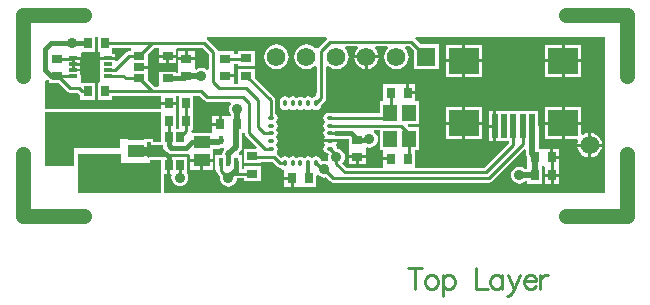
<source format=gtl>
%FSLAX24Y24*%
%MOIN*%
G70*
G01*
G75*
G04 Layer_Physical_Order=1*
G04 Layer_Color=255*
%ADD10O,0.0138X0.0256*%
%ADD11O,0.0256X0.0138*%
%ADD12R,0.1339X0.1339*%
%ADD13R,0.0354X0.0276*%
%ADD14R,0.0354X0.0315*%
%ADD15R,0.0551X0.0433*%
%ADD16R,0.0315X0.0354*%
%ADD17R,0.0276X0.0354*%
%ADD18R,0.0984X0.0866*%
%ADD19R,0.0197X0.0787*%
%ADD20R,0.0689X0.0571*%
%ADD21R,0.0295X0.0118*%
%ADD22R,0.0256X0.0354*%
%ADD23R,0.0453X0.0551*%
%ADD24R,0.0177X0.0315*%
%ADD25R,0.1260X0.0433*%
%ADD26R,0.0354X0.0256*%
%ADD27C,0.0100*%
%ADD28C,0.0150*%
%ADD29C,0.0200*%
%ADD30C,0.0180*%
%ADD31C,0.0300*%
%ADD32C,0.0130*%
%ADD33C,0.0500*%
%ADD34R,0.0620X0.0620*%
%ADD35C,0.0620*%
%ADD36C,0.0350*%
G36*
X2257Y5223D02*
X2320D01*
Y5154D01*
X2320D01*
Y5045D01*
X2815D01*
Y5154D01*
X2733D01*
Y5223D01*
X2733D01*
Y5347D01*
X3350D01*
Y5302D01*
X3350D01*
Y5227D01*
X3274D01*
X3215Y5215D01*
X3166Y5182D01*
X2880Y4896D01*
X2815Y4923D01*
Y4958D01*
X2320D01*
Y4836D01*
Y4639D01*
Y4443D01*
Y4246D01*
X2320D01*
Y4227D01*
X2271Y4177D01*
X2257D01*
Y3623D01*
X2733D01*
Y3747D01*
X4367D01*
Y3550D01*
X4843D01*
Y3747D01*
X4957D01*
Y3223D01*
X4957Y3223D01*
X4957Y3177D01*
X4957D01*
Y2650D01*
X4843D01*
Y3177D01*
D01*
Y3177D01*
X4843Y3177D01*
Y3223D01*
X4843D01*
Y3450D01*
X4367D01*
Y3316D01*
X4350Y3302D01*
X500D01*
Y4257D01*
X562Y4290D01*
X607Y4260D01*
X623Y4256D01*
Y4167D01*
X941D01*
X1216Y3892D01*
X1266Y3859D01*
X1266Y3859D01*
X1266Y3859D01*
D01*
X1266Y3859D01*
X1266Y3859D01*
X1324Y3847D01*
X1568D01*
X1624Y3792D01*
X1667Y3763D01*
Y3623D01*
X2143D01*
Y4177D01*
X1674D01*
Y4246D01*
X1674D01*
Y4443D01*
Y4564D01*
X1426D01*
Y4652D01*
X1674D01*
Y4748D01*
X1426D01*
Y4848D01*
X1674D01*
Y4945D01*
X1426D01*
Y5045D01*
X1674D01*
Y5154D01*
X1674D01*
Y5173D01*
X1723Y5223D01*
X2143D01*
Y5700D01*
X2257D01*
Y5223D01*
D02*
G37*
G36*
X5792Y3592D02*
X5841Y3559D01*
X5900Y3547D01*
X6664D01*
X6695Y3484D01*
X6660Y3439D01*
X6632Y3372D01*
X6623Y3300D01*
X6632Y3228D01*
X6660Y3161D01*
X6672Y3146D01*
Y3077D01*
X6618Y3077D01*
D01*
X6582D01*
Y3077D01*
X6374D01*
Y2800D01*
X6324D01*
Y2750D01*
X6067D01*
Y2523D01*
D01*
Y2523D01*
X6056Y2512D01*
X5388D01*
X5349Y2560D01*
X5368Y2600D01*
X5413Y2623D01*
X5433D01*
Y3177D01*
D01*
Y3177D01*
X5433Y3177D01*
Y3223D01*
X5433D01*
Y3747D01*
X5637D01*
X5792Y3592D01*
D02*
G37*
G36*
X4350Y2300D02*
X3000D01*
Y2000D01*
X1450D01*
Y1400D01*
X500D01*
Y3200D01*
X4350D01*
Y2300D01*
D02*
G37*
G36*
X19140Y500D02*
X4452D01*
Y1150D01*
X4553D01*
Y1428D01*
Y1705D01*
X4001D01*
Y1702D01*
X4000D01*
X3961Y1694D01*
X3940Y1680D01*
X3879Y1713D01*
Y1850D01*
X3503D01*
Y1950D01*
X3879D01*
Y2174D01*
Y2198D01*
X4001D01*
Y2095D01*
X4410D01*
X4424Y2023D01*
X4466Y1960D01*
X4563Y1863D01*
X4626Y1821D01*
X4700Y1806D01*
X5200D01*
X5273Y1821D01*
X5328Y1776D01*
Y1655D01*
X6079D01*
Y1879D01*
Y1991D01*
X6265D01*
X6343Y2007D01*
X6358Y2017D01*
X6437D01*
X6463Y1952D01*
X6456Y1944D01*
X6412Y1878D01*
X6396Y1800D01*
X6383Y1783D01*
X6156D01*
Y1268D01*
X6179D01*
X6191Y1256D01*
X6191Y1256D01*
D01*
X6203Y1197D01*
X6236Y1148D01*
X6330Y1054D01*
X6323Y1000D01*
X6332Y928D01*
X6360Y861D01*
X6404Y804D01*
X6461Y760D01*
X6528Y732D01*
X6600Y723D01*
X6672Y732D01*
X6739Y760D01*
X6796Y804D01*
X6840Y861D01*
X6868Y928D01*
X6876Y990D01*
X6883Y1000D01*
X6886Y1002D01*
X7123D01*
Y917D01*
X7677D01*
Y1393D01*
X7123D01*
Y1308D01*
X7050D01*
X7044Y1333D01*
Y1783D01*
X6963D01*
X6937Y1848D01*
X7000Y1912D01*
X7044Y1978D01*
X7060Y2056D01*
X7060Y2056D01*
X7060Y2056D01*
Y2056D01*
Y2274D01*
X7060Y2274D01*
X7060Y2274D01*
Y2274D01*
Y2523D01*
X7133D01*
D01*
X7133D01*
X7147Y2509D01*
Y2500D01*
X7159Y2441D01*
X7192Y2392D01*
X7536Y2048D01*
X7509Y1983D01*
X7123D01*
Y1507D01*
X7677D01*
Y1558D01*
X8047D01*
X8207Y1398D01*
X8257Y1365D01*
X8315Y1353D01*
X8348D01*
X8366Y1325D01*
X8422Y1288D01*
X8467Y1279D01*
X8467Y1277D01*
X8467Y1277D01*
X8467Y1277D01*
Y1050D01*
X8724D01*
Y1000D01*
X8774D01*
Y723D01*
X8982D01*
Y723D01*
X8982D01*
X8982Y723D01*
X9018D01*
Y723D01*
X9533D01*
Y1087D01*
X9599Y1110D01*
X9604Y1104D01*
X9661Y1060D01*
X9728Y1032D01*
X9800Y1023D01*
X9854Y1030D01*
X9992Y892D01*
X10041Y859D01*
X10100Y847D01*
X15283D01*
X15341Y859D01*
X15391Y892D01*
X16461Y1962D01*
X16526Y1935D01*
Y1794D01*
X16526Y1794D01*
X16526D01*
X16542Y1716D01*
X16567Y1679D01*
X16567Y1678D01*
Y1423D01*
X16567D01*
X16567Y1416D01*
X16567Y1423D01*
Y1423D01*
X16567Y1377D01*
X16567D01*
Y1304D01*
X16486D01*
X16439Y1340D01*
X16372Y1368D01*
X16300Y1377D01*
X16228Y1368D01*
X16161Y1340D01*
X16104Y1296D01*
X16060Y1239D01*
X16032Y1172D01*
X16023Y1100D01*
X16032Y1028D01*
X16060Y961D01*
X16104Y904D01*
X16161Y860D01*
X16228Y832D01*
X16300Y823D01*
X16372Y832D01*
X16439Y860D01*
X16486Y896D01*
X16567D01*
Y823D01*
X17043D01*
Y1377D01*
X17043D01*
Y1397D01*
X17069Y1423D01*
X17069D01*
D01*
X17082D01*
X17082D01*
X17100D01*
X17118D01*
X17157Y1377D01*
X17157Y1373D01*
X17157Y1373D01*
X17157D01*
Y1150D01*
X17633D01*
Y1373D01*
X17633Y1373D01*
D01*
D01*
X17633Y1377D01*
Y1384D01*
X17633Y1423D01*
X17633Y1426D01*
X17633Y1427D01*
X17633Y1427D01*
X17633D01*
Y1650D01*
X17376D01*
Y1700D01*
X17326D01*
Y1977D01*
X17131D01*
X17131Y1977D01*
Y1977D01*
X17118Y1977D01*
X17100D01*
X17082D01*
X17069Y1977D01*
X17069Y1977D01*
Y1977D01*
X16934D01*
Y2738D01*
X16928Y2765D01*
Y3232D01*
X15520D01*
Y2738D01*
Y2244D01*
X15947D01*
Y2163D01*
X15137Y1353D01*
X12833D01*
Y1379D01*
X12833D01*
Y1933D01*
D01*
Y1933D01*
X12847Y1947D01*
X12941D01*
Y2698D01*
X12618D01*
X12568Y2749D01*
X12594Y2813D01*
X12941D01*
Y3565D01*
X12833D01*
Y3565D01*
Y3579D01*
X12833Y3614D01*
X12833Y3614D01*
X12833D01*
Y3806D01*
X12576D01*
Y3856D01*
X12526D01*
Y4133D01*
X12331D01*
X12331Y4133D01*
Y4133D01*
X12318Y4133D01*
X12300D01*
X12282D01*
X12269Y4133D01*
X12269Y4133D01*
Y4133D01*
X11767D01*
Y3579D01*
D01*
Y3579D01*
X11753Y3565D01*
X11659D01*
Y3165D01*
X10128D01*
X10119Y3171D01*
X10053Y3184D01*
X9935D01*
X9869Y3171D01*
X9813Y3134D01*
X9776Y3078D01*
X9763Y3012D01*
X9776Y2946D01*
X9813Y2890D01*
Y2878D01*
X9776Y2822D01*
X9763Y2756D01*
X9776Y2690D01*
X9813Y2634D01*
Y2622D01*
X9776Y2566D01*
X9763Y2500D01*
X9776Y2434D01*
X9813Y2378D01*
Y2366D01*
X9776Y2310D01*
X9773Y2294D01*
X10243D01*
X10265Y2322D01*
X10602D01*
X10623Y2300D01*
Y2031D01*
X10623Y2031D01*
X10623D01*
X10623Y2018D01*
Y2000D01*
Y1982D01*
X10623Y1969D01*
X10623Y1969D01*
X10623D01*
Y1774D01*
X11177D01*
Y1969D01*
X11177Y1969D01*
D01*
X11188Y2001D01*
X11205Y2032D01*
X11228Y2032D01*
D01*
X11300Y2023D01*
X11372Y2032D01*
X11439Y2060D01*
X11496Y2104D01*
X11540Y2161D01*
X11568Y2228D01*
X11577Y2300D01*
X11568Y2372D01*
X11540Y2439D01*
X11496Y2496D01*
X11443Y2537D01*
X11466Y2603D01*
X11659D01*
Y1947D01*
X11767D01*
Y1947D01*
Y1933D01*
X11767Y1898D01*
X11767Y1898D01*
X11767D01*
Y1706D01*
X12024D01*
Y1606D01*
X11767D01*
Y1402D01*
X11767Y1402D01*
X11767D01*
X11767Y1379D01*
X11741Y1353D01*
X10554D01*
X10399Y1508D01*
X10440Y1561D01*
X10468Y1628D01*
X10477Y1700D01*
X10468Y1772D01*
X10440Y1839D01*
X10396Y1896D01*
X10339Y1940D01*
X10272Y1968D01*
X10224Y1974D01*
X10225Y1988D01*
X10225Y1988D01*
X10225D01*
X10212Y2054D01*
X10175Y2110D01*
Y2122D01*
X10212Y2178D01*
X10215Y2194D01*
X9773D01*
X9776Y2178D01*
X9813Y2122D01*
Y2110D01*
X9776Y2054D01*
X9763Y1988D01*
X9776Y1922D01*
X9813Y1866D01*
X9869Y1829D01*
X9935Y1816D01*
X9935Y1816D01*
X9932Y1772D01*
X9932Y1772D01*
X9932Y1772D01*
X9923Y1700D01*
X9932Y1628D01*
X9940Y1610D01*
X9890Y1560D01*
X9872Y1568D01*
X9800Y1577D01*
X9728Y1568D01*
X9728Y1568D01*
X9728Y1568D01*
X9684Y1565D01*
X9684D01*
X9671Y1631D01*
X9634Y1687D01*
X9578Y1724D01*
X9512Y1737D01*
X9446Y1724D01*
X9390Y1687D01*
X9378D01*
X9322Y1724D01*
X9256Y1737D01*
X9190Y1724D01*
X9134Y1687D01*
X9122D01*
X9066Y1724D01*
X9000Y1737D01*
X8934Y1724D01*
X8878Y1687D01*
X8866D01*
X8810Y1724D01*
X8744Y1737D01*
X8678Y1724D01*
X8622Y1687D01*
X8610D01*
X8554Y1724D01*
X8488Y1737D01*
X8422Y1724D01*
X8366Y1687D01*
X8352Y1685D01*
X8219Y1819D01*
X8219Y1819D01*
X8219D01*
X8215Y1824D01*
X8202Y1889D01*
X8224Y1922D01*
X8237Y1988D01*
X8224Y2054D01*
X8187Y2110D01*
Y2122D01*
X8224Y2178D01*
X8237Y2244D01*
X8224Y2310D01*
X8187Y2366D01*
Y2378D01*
X8224Y2434D01*
X8237Y2500D01*
X8224Y2566D01*
X8187Y2622D01*
Y2634D01*
X8224Y2690D01*
X8237Y2756D01*
X8224Y2822D01*
X8187Y2878D01*
Y2890D01*
X8224Y2946D01*
X8237Y3012D01*
X8224Y3078D01*
X8187Y3134D01*
X8159Y3152D01*
Y3599D01*
X8147Y3657D01*
X8114Y3707D01*
X7477Y4344D01*
Y4643D01*
X6923D01*
Y4167D01*
D01*
Y4167D01*
X6909Y4153D01*
X6777D01*
Y4167D01*
X6777D01*
Y4374D01*
X6500D01*
Y4474D01*
X6777D01*
Y4682D01*
D01*
Y4682D01*
X6777Y4682D01*
Y4718D01*
X6777D01*
Y4823D01*
X6923D01*
Y4757D01*
X7477D01*
Y5233D01*
X6923D01*
Y5129D01*
X6777D01*
Y5233D01*
X6246D01*
X6241Y5259D01*
X6208Y5308D01*
X5908Y5608D01*
X5871Y5633D01*
X5891Y5700D01*
X9842D01*
X9869Y5635D01*
X9592Y5358D01*
X9573Y5330D01*
X9503Y5328D01*
X9492Y5342D01*
X9407Y5408D01*
X9307Y5449D01*
X9200Y5464D01*
X9093Y5449D01*
X8993Y5408D01*
X8908Y5342D01*
X8842Y5257D01*
X8801Y5157D01*
X8786Y5050D01*
X8801Y4943D01*
X8842Y4843D01*
X8908Y4758D01*
X8993Y4692D01*
X9093Y4651D01*
X9200Y4636D01*
X9307Y4651D01*
X9407Y4692D01*
X9484Y4751D01*
X9547Y4720D01*
Y3903D01*
X9512Y3725D01*
X9446Y3712D01*
X9390Y3675D01*
X9378D01*
X9322Y3712D01*
X9256Y3725D01*
X9190Y3712D01*
X9134Y3675D01*
X9122D01*
X9066Y3712D01*
X9000Y3725D01*
X8934Y3712D01*
X8878Y3675D01*
X8866D01*
X8810Y3712D01*
X8744Y3725D01*
X8678Y3712D01*
X8622Y3675D01*
X8610D01*
X8554Y3712D01*
X8488Y3725D01*
X8422Y3712D01*
X8366Y3675D01*
X8329Y3619D01*
X8316Y3553D01*
Y3435D01*
X8329Y3369D01*
X8366Y3313D01*
X8422Y3276D01*
X8488Y3263D01*
X8554Y3276D01*
X8610Y3313D01*
X8622D01*
X8678Y3276D01*
X8744Y3263D01*
X8810Y3276D01*
X8866Y3313D01*
X8878D01*
X8934Y3276D01*
X9000Y3263D01*
X9066Y3276D01*
X9122Y3313D01*
X9134D01*
X9190Y3276D01*
X9256Y3263D01*
X9322Y3276D01*
X9378Y3313D01*
X9390D01*
X9446Y3276D01*
X9512Y3263D01*
X9578Y3276D01*
X9634Y3313D01*
X9671Y3369D01*
X9684Y3435D01*
Y3450D01*
X9808Y3574D01*
X9841Y3624D01*
X9853Y3682D01*
Y4720D01*
X9916Y4751D01*
X9993Y4692D01*
X10093Y4651D01*
X10200Y4636D01*
X10307Y4651D01*
X10407Y4692D01*
X10492Y4758D01*
X10558Y4843D01*
X10599Y4943D01*
X10614Y5050D01*
X10599Y5157D01*
X10558Y5257D01*
X10499Y5334D01*
X10530Y5397D01*
X10870D01*
X10901Y5334D01*
X10842Y5257D01*
X10801Y5157D01*
X10793Y5100D01*
X11607D01*
X11599Y5157D01*
X11558Y5257D01*
X11499Y5334D01*
X11530Y5397D01*
X11870D01*
X11901Y5334D01*
X11842Y5257D01*
X11801Y5157D01*
X11786Y5050D01*
X11801Y4943D01*
X11842Y4843D01*
X11908Y4758D01*
X11993Y4692D01*
X12093Y4651D01*
X12200Y4636D01*
X12307Y4651D01*
X12407Y4692D01*
X12492Y4758D01*
X12558Y4843D01*
X12599Y4943D01*
X12614Y5050D01*
X12599Y5157D01*
X12558Y5257D01*
X12499Y5334D01*
X12530Y5397D01*
X12637D01*
X12790Y5244D01*
Y4640D01*
X13610D01*
Y5460D01*
X13006D01*
X12831Y5635D01*
X12858Y5700D01*
X19140D01*
Y500D01*
D02*
G37*
G36*
X5947Y5137D02*
Y4636D01*
X5884Y4605D01*
X5839Y4640D01*
X5772Y4668D01*
X5700Y4677D01*
X5628Y4668D01*
X5561Y4640D01*
X5540Y4624D01*
X5477Y4655D01*
Y4669D01*
X5477Y4669D01*
D01*
D01*
X5477Y4682D01*
Y4689D01*
Y4700D01*
Y4705D01*
Y4718D01*
X5477Y4728D01*
X5477Y4731D01*
X5477Y4731D01*
X5477D01*
Y4926D01*
X4923D01*
Y4731D01*
X4923Y4731D01*
X4923D01*
X4923Y4718D01*
Y4700D01*
Y4682D01*
X4923Y4669D01*
X4923Y4669D01*
X4923D01*
Y4504D01*
X4850D01*
Y4554D01*
X4295D01*
Y4098D01*
D01*
Y4098D01*
X4250Y4053D01*
X4117D01*
X3905Y4265D01*
Y4472D01*
Y4650D01*
X3628D01*
Y4750D01*
X3905D01*
Y4846D01*
Y5135D01*
X4117Y5347D01*
X4295D01*
Y5347D01*
Y5302D01*
X4295Y5298D01*
X4295Y5298D01*
X4295D01*
Y5124D01*
X4850D01*
Y5298D01*
X4850Y5298D01*
D01*
D01*
X4850Y5302D01*
D01*
X4895Y5347D01*
X5737D01*
X5947Y5137D01*
D02*
G37*
G36*
X3003Y1500D02*
X4000D01*
Y1600D01*
X4350D01*
Y500D01*
X1600D01*
Y1800D01*
X3003D01*
Y1500D01*
D02*
G37*
%LPC*%
G36*
X17633Y1977D02*
X17426D01*
Y1750D01*
X17633D01*
Y1977D01*
D02*
G37*
G36*
X18346Y2786D02*
X17804D01*
Y2303D01*
X18217D01*
X18256Y2245D01*
X18241Y2207D01*
X18233Y2150D01*
X18590D01*
Y2507D01*
X18533Y2499D01*
X18433Y2458D01*
X18408Y2439D01*
X18346Y2470D01*
Y2786D01*
D02*
G37*
G36*
X18690Y2507D02*
Y2150D01*
X19047D01*
X19039Y2207D01*
X18998Y2307D01*
X18932Y2392D01*
X18847Y2458D01*
X18747Y2499D01*
X18690Y2507D01*
D02*
G37*
G36*
X15420Y2688D02*
X15272D01*
Y2244D01*
X15420D01*
Y2688D01*
D02*
G37*
G36*
X17704Y2786D02*
X17161D01*
Y2303D01*
X17704D01*
Y2786D01*
D02*
G37*
G36*
X15420Y3232D02*
X15272D01*
Y2788D01*
X15420D01*
Y3232D01*
D02*
G37*
G36*
X14396Y2786D02*
X13854D01*
Y2303D01*
X14396D01*
Y2786D01*
D02*
G37*
G36*
X15039D02*
X14496D01*
Y2303D01*
X15039D01*
Y2786D01*
D02*
G37*
G36*
X19047Y2050D02*
X18690D01*
Y1693D01*
X18747Y1701D01*
X18847Y1742D01*
X18932Y1808D01*
X18998Y1893D01*
X19039Y1993D01*
X19047Y2050D01*
D02*
G37*
G36*
X17345Y1050D02*
X17157D01*
Y823D01*
X17345D01*
Y1050D01*
D02*
G37*
G36*
X17633D02*
X17445D01*
Y823D01*
X17633D01*
Y1050D01*
D02*
G37*
G36*
X8674Y950D02*
X8467D01*
Y723D01*
X8674D01*
Y950D01*
D02*
G37*
G36*
X5205Y1705D02*
X4653D01*
Y1428D01*
Y1150D01*
X4672D01*
X4709Y1095D01*
X4700Y1023D01*
X4709Y951D01*
X4737Y884D01*
X4781Y827D01*
X4838Y783D01*
X4905Y755D01*
X4977Y745D01*
X5049Y755D01*
X5116Y783D01*
X5173Y827D01*
X5217Y884D01*
X5245Y951D01*
X5255Y1023D01*
X5245Y1095D01*
X5217Y1162D01*
X5205Y1177D01*
Y1705D01*
D02*
G37*
G36*
X5653Y1555D02*
X5328D01*
Y1288D01*
X5653D01*
Y1555D01*
D02*
G37*
G36*
X11177Y1674D02*
X10950D01*
Y1467D01*
X11177D01*
Y1674D01*
D02*
G37*
G36*
X18590Y2050D02*
X18233D01*
X18241Y1993D01*
X18282Y1893D01*
X18348Y1808D01*
X18433Y1742D01*
X18533Y1701D01*
X18590Y1693D01*
Y2050D01*
D02*
G37*
G36*
X6079Y1555D02*
X5753D01*
Y1288D01*
X6079D01*
Y1555D01*
D02*
G37*
G36*
X10850Y1674D02*
X10623D01*
Y1467D01*
X10850D01*
Y1674D01*
D02*
G37*
G36*
X6274Y3077D02*
X6067D01*
Y2850D01*
X6274D01*
Y3077D01*
D02*
G37*
G36*
X4850Y5024D02*
X4622D01*
Y4846D01*
X4850D01*
Y5024D01*
D02*
G37*
G36*
X14396Y5456D02*
X13854D01*
Y4973D01*
X14396D01*
Y5456D01*
D02*
G37*
G36*
X4522Y5024D02*
X4295D01*
Y4846D01*
X4522D01*
Y5024D01*
D02*
G37*
G36*
X11150Y5000D02*
X10793D01*
X10801Y4943D01*
X10842Y4843D01*
X10908Y4758D01*
X10993Y4692D01*
X11093Y4651D01*
X11150Y4643D01*
Y5000D01*
D02*
G37*
G36*
X11607D02*
X11250D01*
Y4643D01*
X11307Y4651D01*
X11407Y4692D01*
X11492Y4758D01*
X11558Y4843D01*
X11599Y4943D01*
X11607Y5000D01*
D02*
G37*
G36*
X5150Y5233D02*
X4923D01*
Y5026D01*
X5150D01*
Y5233D01*
D02*
G37*
G36*
X5477D02*
X5250D01*
Y5026D01*
X5477D01*
Y5233D01*
D02*
G37*
G36*
X18346Y5456D02*
X17804D01*
Y4973D01*
X18346D01*
Y5456D01*
D02*
G37*
G36*
X15039D02*
X14496D01*
Y4973D01*
X15039D01*
Y5456D01*
D02*
G37*
G36*
X17704D02*
X17161D01*
Y4973D01*
X17704D01*
Y5456D01*
D02*
G37*
G36*
X18346Y3369D02*
X17804D01*
Y2886D01*
X18346D01*
Y3369D01*
D02*
G37*
G36*
X12833Y4133D02*
X12626D01*
Y3906D01*
X12833D01*
Y4133D01*
D02*
G37*
G36*
X17704Y3369D02*
X17161D01*
Y2886D01*
X17704D01*
Y3369D01*
D02*
G37*
G36*
X14396D02*
X13854D01*
Y2886D01*
X14396D01*
Y3369D01*
D02*
G37*
G36*
X15039D02*
X14496D01*
Y2886D01*
X15039D01*
Y3369D01*
D02*
G37*
G36*
X18346Y4873D02*
X17804D01*
Y4390D01*
X18346D01*
Y4873D01*
D02*
G37*
G36*
X8200Y5464D02*
X8093Y5449D01*
X7993Y5408D01*
X7908Y5342D01*
X7842Y5257D01*
X7801Y5157D01*
X7786Y5050D01*
X7801Y4943D01*
X7842Y4843D01*
X7908Y4758D01*
X7993Y4692D01*
X8093Y4651D01*
X8200Y4636D01*
X8307Y4651D01*
X8407Y4692D01*
X8492Y4758D01*
X8558Y4843D01*
X8599Y4943D01*
X8614Y5050D01*
X8599Y5157D01*
X8558Y5257D01*
X8492Y5342D01*
X8407Y5408D01*
X8307Y5449D01*
X8200Y5464D01*
D02*
G37*
G36*
X17704Y4873D02*
X17161D01*
Y4390D01*
X17704D01*
Y4873D01*
D02*
G37*
G36*
X14396D02*
X13854D01*
Y4390D01*
X14396D01*
Y4873D01*
D02*
G37*
G36*
X15039D02*
X14496D01*
Y4390D01*
X15039D01*
Y4873D01*
D02*
G37*
%LPD*%
D10*
X9512Y3494D02*
D03*
X9256D02*
D03*
X9000D02*
D03*
X8744D02*
D03*
X8488D02*
D03*
X8488Y1506D02*
D03*
X8744D02*
D03*
X9000D02*
D03*
X9256D02*
D03*
X9512D02*
D03*
D11*
X8006Y3012D02*
D03*
Y2756D02*
D03*
Y2500D02*
D03*
Y2244D02*
D03*
Y1988D02*
D03*
X9994Y1988D02*
D03*
Y2244D02*
D03*
Y2500D02*
D03*
Y2756D02*
D03*
Y3012D02*
D03*
D12*
X9000Y2500D02*
D03*
D13*
X7200Y4995D02*
D03*
Y4405D02*
D03*
X7400Y1745D02*
D03*
Y1155D02*
D03*
D14*
X5200Y4424D02*
D03*
Y4976D02*
D03*
X10900Y2276D02*
D03*
Y1724D02*
D03*
X6500Y4976D02*
D03*
Y4424D02*
D03*
X900Y4424D02*
D03*
Y4976D02*
D03*
D15*
X5703Y2195D02*
D03*
Y1605D02*
D03*
X3503Y2491D02*
D03*
Y1900D02*
D03*
D16*
X17376Y1700D02*
D03*
X16824D02*
D03*
X9276Y1000D02*
D03*
X8724D02*
D03*
X6324Y2800D02*
D03*
X6876D02*
D03*
X12576Y1656D02*
D03*
X12024D02*
D03*
Y3856D02*
D03*
X12576D02*
D03*
D17*
X17395Y1100D02*
D03*
X16805D02*
D03*
X4605Y2900D02*
D03*
X5195D02*
D03*
Y3500D02*
D03*
X4605D02*
D03*
X2495Y3900D02*
D03*
X1905D02*
D03*
X2495Y5500D02*
D03*
X1905D02*
D03*
D18*
X14446Y4923D02*
D03*
X17754D02*
D03*
Y2836D02*
D03*
X14446D02*
D03*
D19*
X16730Y2738D02*
D03*
X16415D02*
D03*
X16100D02*
D03*
X15785D02*
D03*
X15470D02*
D03*
D20*
X1997Y4700D02*
D03*
D21*
X1426Y4405D02*
D03*
Y4602D02*
D03*
Y4798D02*
D03*
Y4995D02*
D03*
X2568D02*
D03*
Y4798D02*
D03*
Y4602D02*
D03*
Y4405D02*
D03*
D22*
X4229Y1428D02*
D03*
X4603D02*
D03*
X4977D02*
D03*
Y2372D02*
D03*
X4603D02*
D03*
X4229D02*
D03*
D23*
X12615Y2323D02*
D03*
Y3189D02*
D03*
X11985D02*
D03*
Y2323D02*
D03*
D24*
X6344Y2274D02*
D03*
Y1526D02*
D03*
X6600D02*
D03*
X6856D02*
D03*
Y2274D02*
D03*
D25*
X2303Y2313D02*
D03*
Y1487D02*
D03*
D26*
X3628Y5074D02*
D03*
Y4700D02*
D03*
Y4326D02*
D03*
X4572D02*
D03*
Y5074D02*
D03*
D27*
X4054Y5500D02*
X5800D01*
X6300Y4000D02*
X7200D01*
X10100Y1000D02*
X15283D01*
X10490Y1200D02*
X15200D01*
X17376Y1700D02*
X17395Y1680D01*
Y1100D02*
Y1680D01*
X9512Y3494D02*
X9700Y3682D01*
Y5250D01*
X8006Y3012D02*
Y3599D01*
X7200Y4000D02*
X7600Y3600D01*
Y2700D02*
Y3600D01*
X4054Y3900D02*
X5700D01*
X9700Y5250D02*
X10000Y5550D01*
X8315Y1506D02*
X8488D01*
X8110Y1711D02*
X8315Y1506D01*
X7435Y1711D02*
X8110D01*
X1426Y4798D02*
Y4995D01*
Y4602D02*
Y4798D01*
X7400Y1745D02*
X7435Y1711D01*
X9994Y2756D02*
X12344D01*
X11808Y3012D02*
X11985Y3189D01*
X9994Y3012D02*
X11808D01*
X7200Y4405D02*
X8006Y3599D01*
X2568Y4602D02*
X2802D01*
X4605Y2374D02*
Y2900D01*
X4603Y2372D02*
X4605Y2374D01*
X5195Y2591D02*
Y2900D01*
X4977Y2372D02*
X5195Y2591D01*
Y2900D02*
Y3500D01*
X6500Y4976D02*
X7180D01*
X7200Y4995D01*
X12024Y3228D02*
Y3856D01*
X12344Y2756D02*
X12615Y2485D01*
X12576Y1656D02*
X12615Y1695D01*
X15200Y1200D02*
X16100Y2100D01*
Y2738D01*
X16415Y2132D02*
Y2738D01*
X15283Y1000D02*
X16415Y2132D01*
X11985Y3189D02*
X12024Y3228D01*
X12615Y1695D02*
Y2323D01*
Y2485D01*
X6344Y1256D02*
X6600Y1000D01*
X6344Y1256D02*
Y1526D01*
X6755Y1155D02*
X7400D01*
X6728Y1128D02*
X6755Y1155D01*
X9994Y2500D02*
X10200D01*
Y1490D02*
Y1700D01*
Y1490D02*
X10490Y1200D01*
X9800Y1300D02*
X10100Y1000D01*
X10200Y1700D02*
Y1782D01*
X9994Y1988D02*
X10200Y1782D01*
X9718Y1300D02*
X9800D01*
X9512Y1506D02*
X9718Y1300D01*
X10000Y5550D02*
X12700D01*
X13200Y5050D01*
X4977Y1023D02*
Y1428D01*
X1324Y4000D02*
X1632D01*
X1732Y3900D01*
X1905D01*
X900Y4424D02*
X920Y4405D01*
X1324Y4000D01*
X920Y4405D02*
X1426D01*
X900Y4976D02*
X1406D01*
X1426Y4995D01*
X2802Y4602D02*
X3274Y5074D01*
X3628D01*
X4054Y5500D01*
X2495D02*
X4054D01*
X2568Y4405D02*
X3095D01*
X3174Y4326D01*
X3628D01*
X7812Y1988D02*
X8006D01*
X7300Y2500D02*
X7812Y1988D01*
X7300Y2500D02*
Y3500D01*
X7100Y3700D02*
X7300Y3500D01*
X5900Y3700D02*
X7100D01*
X5700Y3900D02*
X5900Y3700D01*
X3628Y4326D02*
X4054Y3900D01*
X2495D02*
X4054D01*
X7800Y2500D02*
X8006D01*
X7600Y2700D02*
X7800Y2500D01*
X6100Y4200D02*
X6300Y4000D01*
X5800Y5500D02*
X6100Y5200D01*
Y4200D02*
Y5200D01*
X12833Y-2000D02*
Y-2700D01*
X12600Y-2000D02*
X13067D01*
X13317Y-2233D02*
X13250Y-2267D01*
X13183Y-2333D01*
X13150Y-2433D01*
Y-2500D01*
X13183Y-2600D01*
X13250Y-2667D01*
X13317Y-2700D01*
X13416D01*
X13483Y-2667D01*
X13550Y-2600D01*
X13583Y-2500D01*
Y-2433D01*
X13550Y-2333D01*
X13483Y-2267D01*
X13416Y-2233D01*
X13317D01*
X13736D02*
Y-2933D01*
Y-2333D02*
X13803Y-2267D01*
X13870Y-2233D01*
X13970D01*
X14036Y-2267D01*
X14103Y-2333D01*
X14136Y-2433D01*
Y-2500D01*
X14103Y-2600D01*
X14036Y-2667D01*
X13970Y-2700D01*
X13870D01*
X13803Y-2667D01*
X13736Y-2600D01*
X14836Y-2000D02*
Y-2700D01*
X15236D01*
X15713Y-2233D02*
Y-2700D01*
Y-2333D02*
X15646Y-2267D01*
X15579Y-2233D01*
X15479D01*
X15413Y-2267D01*
X15346Y-2333D01*
X15313Y-2433D01*
Y-2500D01*
X15346Y-2600D01*
X15413Y-2667D01*
X15479Y-2700D01*
X15579D01*
X15646Y-2667D01*
X15713Y-2600D01*
X15933Y-2233D02*
X16133Y-2700D01*
X16333Y-2233D02*
X16133Y-2700D01*
X16066Y-2833D01*
X15999Y-2900D01*
X15933Y-2933D01*
X15899D01*
X16449Y-2433D02*
X16849D01*
Y-2367D01*
X16816Y-2300D01*
X16782Y-2267D01*
X16716Y-2233D01*
X16616D01*
X16549Y-2267D01*
X16482Y-2333D01*
X16449Y-2433D01*
Y-2500D01*
X16482Y-2600D01*
X16549Y-2667D01*
X16616Y-2700D01*
X16716D01*
X16782Y-2667D01*
X16849Y-2600D01*
X16999Y-2233D02*
Y-2700D01*
Y-2433D02*
X17032Y-2333D01*
X17099Y-2267D01*
X17166Y-2233D01*
X17266D01*
D28*
X10900Y2276D02*
X11276D01*
X11300Y2300D01*
X1400Y5500D02*
X1905D01*
X6265Y2195D02*
X6344Y2274D01*
X10200Y2500D02*
X10676D01*
X10900Y2276D01*
X6856Y1256D02*
Y1526D01*
X5102Y4326D02*
X5200Y4424D01*
X4572Y4326D02*
X5102D01*
X500Y5300D02*
X700Y5500D01*
X500Y4600D02*
X676Y4424D01*
X500Y4600D02*
Y5300D01*
X676Y4424D02*
X900D01*
X700Y5500D02*
X1400D01*
D29*
X5200Y4424D02*
X5224Y4400D01*
X5700D01*
X6876Y3276D02*
X6900Y3300D01*
X6876Y2800D02*
Y3276D01*
X5703Y2195D02*
X6265D01*
X6856Y2274D02*
Y2780D01*
X6876Y2800D01*
X6600Y1800D02*
X6856Y2056D01*
Y2274D01*
X16730Y1794D02*
Y2738D01*
Y1794D02*
X16824Y1700D01*
Y1120D02*
Y1700D01*
X16805Y1100D02*
X16824Y1120D01*
X16300Y1100D02*
X16805D01*
X6600Y1000D02*
X6728Y1128D01*
X6755Y1155D02*
X6856Y1256D01*
D30*
X5200Y2000D02*
X5395Y2195D01*
X5703D01*
X4603Y1428D02*
Y1697D01*
Y2097D02*
Y2372D01*
Y2097D02*
X4700Y2000D01*
X4200Y1900D02*
X4400D01*
X4603Y1697D01*
X4700Y2000D02*
X5200D01*
X6600Y1526D02*
Y1800D01*
D31*
X3503Y1900D02*
X4200D01*
D32*
X9256Y1020D02*
X9276Y1000D01*
X9256Y1020D02*
Y1506D01*
D33*
X-250Y6450D02*
X1800D01*
X-250Y4400D02*
Y6450D01*
X19890Y4400D02*
Y6450D01*
X17840D02*
X19890D01*
X17840Y-250D02*
X19890D01*
Y1800D01*
X-250Y-250D02*
Y1800D01*
Y-250D02*
X1800D01*
D34*
X13200Y5050D02*
D03*
D35*
X12200D02*
D03*
X11200D02*
D03*
X10200D02*
D03*
X9200D02*
D03*
X8200D02*
D03*
X15411Y3624D02*
D03*
X16789D02*
D03*
X1040Y2100D02*
D03*
X18640D02*
D03*
D36*
X9472Y2972D02*
D03*
Y2500D02*
D03*
Y2028D02*
D03*
X9000Y2972D02*
D03*
Y2500D02*
D03*
Y2028D02*
D03*
X8528Y2972D02*
D03*
Y2500D02*
D03*
Y2028D02*
D03*
X5700Y1100D02*
D03*
X8050Y1250D02*
D03*
X5750Y2800D02*
D03*
X11300Y2300D02*
D03*
X6900Y3300D02*
D03*
X5700Y4400D02*
D03*
X1400Y5500D02*
D03*
X1830Y4700D02*
D03*
X2160D02*
D03*
X16300Y1100D02*
D03*
X6600Y1000D02*
D03*
X10200Y1700D02*
D03*
X9800Y1300D02*
D03*
X4977Y1023D02*
D03*
X4100Y2900D02*
D03*
Y3500D02*
D03*
Y4700D02*
D03*
M02*

</source>
